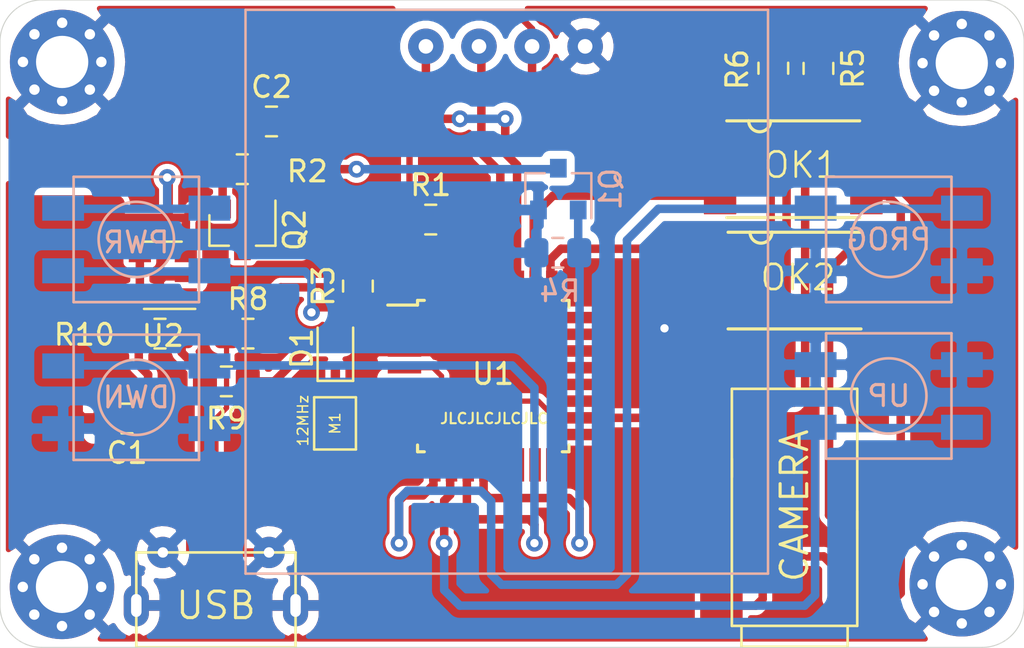
<source format=kicad_pcb>
(kicad_pcb (version 20171130) (host pcbnew 5.1.5+dfsg1-2build2)
  (layers (0 F.Cu signal) (31 B.Cu signal) (34 B.Paste user hide) (35 F.Paste user hide) (36 B.SilkS user hide) (37 F.SilkS user hide) (38 B.Mask user hide) (39 F.Mask user hide) (44 Edge.Cuts user hide))
  (net 0 "")
  (net 1 GND)
  (net 2 LCD_SDA)
  (net 3 LCD_SCK)
  (net 4 "Net-(M1-Pad3)")
  (net 5 "Net-(M2-PadTIP)")
  (net 6 "Net-(M2-PadSHIELD)")
  (net 7 "Net-(M2-PadCENTER)")
  (net 8 CAM_TIP)
  (net 9 "Net-(OK1-Pad1)")
  (net 10 CAM_CEN)
  (net 11 "Net-(OK2-Pad1)")
  (net 12 "Net-(R1-Pad2)")
  (net 13 SW1)
  (net 14 SW2)
  (net 15 SW3)
  (net 16 SW4)
  (net 17 USB_DP)
  (net 18 USB_DM)
  (net 19 VUSB)
  (net 20 VBAT)
  (net 21 VCC)
  (net 22 PW_LATCH)
  (net 23 "Net-(J3-PadD+)")
  (net 24 "Net-(J3-PadD-)")
  (net 25 "Net-(J2-Pad4)")
  (net 26 "Net-(Q1-Pad3)")
  (module timelapse:CAM-CONN-NOKIA (layer F.Cu) (at 144.018 73.4695 180)
    (fp_text reference M2 hide)
    (fp_text value CAMERA (at 0 3.25 90) (layer F.SilkS) (effects (font (size 1.27 1.27))))
    (fp_line (start 2.54 -3.5) (end 2.54 -2.54) (layer F.SilkS) (width 0.127))
    (fp_line (start -2.54 -3.5) (end 2.54 -3.5) (layer F.SilkS) (width 0.127))
    (fp_line (start -2.54 -2.54) (end -2.54 -3.5) (layer F.SilkS) (width 0.127))
    (fp_line (start 3 4.62) (end 3 8.85) (layer F.SilkS) (width 0.127))
    (fp_line (start -3 8.85) (end -3 2.12) (layer F.SilkS) (width 0.127))
    (fp_line (start 3 8.85) (end -3 8.85) (layer F.SilkS) (width 0.127))
    (fp_line (start -3 3) (end -3 -2.5) (layer F.SilkS) (width 0.127))
    (fp_line (start 3 -2.5) (end 3 5.5) (layer F.SilkS) (width 0.127))
    (fp_line (start -3 -2.5) (end 3 -2.5) (layer F.SilkS) (width 0.127))
    (pad CENTER-NC smd rect (at -3.5 7.85) (size 2.032 1.524) (layers F.Cu F.Paste F.Mask))
    (pad TIP smd rect (at 3.5 5.985) (size 2.032 1.524) (layers F.Cu F.Paste F.Mask) (net 5 "Net-(M2-PadTIP)"))
    (pad TIP-NC smd rect (at 3.5 7.85) (size 2.032 1.524) (layers F.Cu F.Paste F.Mask))
    (pad SHIELD smd rect (at 3.5 -1.5 180) (size 2.032 1.524) (layers F.Cu F.Paste F.Mask) (net 6 "Net-(M2-PadSHIELD)"))
    (pad CENTER smd rect (at -3.5 2.27 180) (size 2.032 1.524) (layers F.Cu F.Paste F.Mask) (net 7 "Net-(M2-PadCENTER)"))
    (pad SHIELD smd rect (at -3.5 -1.5 180) (size 2.032 1.524) (layers F.Cu F.Paste F.Mask) (net 6 "Net-(M2-PadSHIELD)"))
  )
  (module timelapse:MICROUSB-V8 (layer F.Cu) (at 116.332 74.9935)
    (fp_text reference J3 hide)
    (fp_text value USB (at 0 0) (layer F.SilkS) (effects (font (size 1.27 1.27))))
    (fp_line (start 3.81 2) (end 3.81 -2.54) (layer F.SilkS) (width 0.127))
    (fp_line (start -3.81 2) (end 3.81 2) (layer F.SilkS) (width 0.127))
    (fp_line (start -3.81 -2.54) (end -3.81 2) (layer F.SilkS) (width 0.127))
    (fp_line (start -3.81 -2.54) (end 3.81 -2.54) (layer F.SilkS) (width 0.127))
    (pad GND smd rect (at 1.27 -3.81 90) (size 2.54 0.3174) (layers F.Cu F.Paste F.Mask) (net 1 GND))
    (pad ID smd rect (at 0.635 -3.81 90) (size 2.54 0.3174) (layers F.Cu F.Paste F.Mask))
    (pad D+ smd rect (at 0 -3.81 90) (size 2.54 0.3174) (layers F.Cu F.Paste F.Mask) (net 23 "Net-(J3-PadD+)"))
    (pad D- smd rect (at -0.635 -3.81 90) (size 2.54 0.3174) (layers F.Cu F.Paste F.Mask) (net 24 "Net-(J3-PadD-)"))
    (pad VBUS smd rect (at -1.27 -3.81 90) (size 2.54 0.3174) (layers F.Cu F.Paste F.Mask) (net 19 VUSB))
    (pad SHIELD thru_hole oval (at 3.81 0) (size 1.2 2) (drill oval 0.5 1.1) (layers *.Cu *.Mask) (net 1 GND))
    (pad SHIELD thru_hole oval (at -3.81 0) (size 1.2 2) (drill oval 0.5 1.1) (layers *.Cu *.Mask) (net 1 GND))
    (pad SHIELD thru_hole circle (at 2.54 -2.54) (size 1.5 1.5) (drill 0.5) (layers *.Cu *.Mask) (net 1 GND))
    (pad SHIELD thru_hole circle (at -2.54 -2.54) (size 1.5 1.5) (drill 0.5) (layers *.Cu *.Mask) (net 1 GND))
  )
  (module Connector_PinHeader_2.54mm:PinHeader_1x02_P2.54mm_Vertical (layer F.Cu) (at 109.474 56.1975 180)
    (fp_text reference J1 hide)
    (fp_text value Battery hide)
    (pad 2 smd roundrect (at 0 2.54 180) (size 5 1.7) (layers F.Cu F.Paste F.Mask) (net 1 GND))
    (pad 1 smd roundrect (at 0 0 180) (size 5 1.7) (layers F.Cu F.Paste F.Mask) (net 20 VBAT))
  )
  (module Package_TO_SOT_SMD:SOT-23-5 (layer F.Cu) (at 113.792 59.182 180)
    (fp_text reference U2 (at 0 -2.9) (layer F.SilkS))
    (fp_text value MCP73811T)
    (fp_line (start 0.9 -1.61) (end -1.55 -1.61) (layer F.SilkS) (width 0.12))
    (fp_line (start -0.9 1.61) (end 0.9 1.61) (layer F.SilkS) (width 0.12))
    (pad 5 smd rect (at 1.1 -0.95 180) (size 1.06 0.65) (layers F.Cu F.Paste F.Mask) (net 19 VUSB))
    (pad 4 smd rect (at 1.1 0.95 180) (size 1.06 0.65) (layers F.Cu F.Paste F.Mask) (net 19 VUSB))
    (pad 3 smd rect (at -1.1 0.95 180) (size 1.06 0.65) (layers F.Cu F.Paste F.Mask) (net 20 VBAT))
    (pad 2 smd rect (at -1.1 0 180) (size 1.06 0.65) (layers F.Cu F.Paste F.Mask) (net 1 GND))
    (pad 1 smd rect (at -1.1 -0.95 180) (size 1.06 0.65) (layers F.Cu F.Paste F.Mask) (net 19 VUSB))
  )
  (module Package_QFP:TQFP-32_7x7mm_P0.8mm (layer F.Cu) (at 129.6035 64.008)
    (fp_text reference U1 (at -0.0127 -0.1016) (layer F.SilkS))
    (fp_text value ATmega8-16AU)
    (fp_line (start -3.625 -3.4) (end -5.05 -3.4) (layer F.SilkS) (width 0.15))
    (fp_line (start 3.625 -3.625) (end 3.3 -3.625) (layer F.SilkS) (width 0.15))
    (fp_line (start 3.625 3.625) (end 3.3 3.625) (layer F.SilkS) (width 0.15))
    (fp_line (start -3.625 3.625) (end -3.3 3.625) (layer F.SilkS) (width 0.15))
    (fp_line (start -3.625 -3.625) (end -3.3 -3.625) (layer F.SilkS) (width 0.15))
    (fp_line (start -3.625 3.625) (end -3.625 3.3) (layer F.SilkS) (width 0.15))
    (fp_line (start 3.625 3.625) (end 3.625 3.3) (layer F.SilkS) (width 0.15))
    (fp_line (start 3.625 -3.625) (end 3.625 -3.3) (layer F.SilkS) (width 0.15))
    (fp_line (start -3.625 -3.625) (end -3.625 -3.4) (layer F.SilkS) (width 0.15))
    (pad 32 smd rect (at -2.8 -4.25 90) (size 1.6 0.55) (layers F.Cu F.Paste F.Mask) (net 17 USB_DP))
    (pad 31 smd rect (at -2 -4.25 90) (size 1.6 0.55) (layers F.Cu F.Paste F.Mask))
    (pad 30 smd rect (at -1.2 -4.25 90) (size 1.6 0.55) (layers F.Cu F.Paste F.Mask))
    (pad 29 smd rect (at -0.4 -4.25 90) (size 1.6 0.55) (layers F.Cu F.Paste F.Mask) (net 12 "Net-(R1-Pad2)"))
    (pad 28 smd rect (at 0.4 -4.25 90) (size 1.6 0.55) (layers F.Cu F.Paste F.Mask) (net 3 LCD_SCK))
    (pad 27 smd rect (at 1.2 -4.25 90) (size 1.6 0.55) (layers F.Cu F.Paste F.Mask) (net 2 LCD_SDA))
    (pad 26 smd rect (at 2 -4.25 90) (size 1.6 0.55) (layers F.Cu F.Paste F.Mask) (net 8 CAM_TIP))
    (pad 25 smd rect (at 2.8 -4.25 90) (size 1.6 0.55) (layers F.Cu F.Paste F.Mask) (net 10 CAM_CEN))
    (pad 24 smd rect (at 4.25 -2.8) (size 1.6 0.55) (layers F.Cu F.Paste F.Mask))
    (pad 23 smd rect (at 4.25 -2) (size 1.6 0.55) (layers F.Cu F.Paste F.Mask))
    (pad 22 smd rect (at 4.25 -1.2) (size 1.6 0.55) (layers F.Cu F.Paste F.Mask))
    (pad 21 smd rect (at 4.25 -0.4) (size 1.6 0.55) (layers F.Cu F.Paste F.Mask) (net 1 GND))
    (pad 20 smd rect (at 4.25 0.4) (size 1.6 0.55) (layers F.Cu F.Paste F.Mask))
    (pad 19 smd rect (at 4.25 1.2) (size 1.6 0.55) (layers F.Cu F.Paste F.Mask))
    (pad 18 smd rect (at 4.25 2) (size 1.6 0.55) (layers F.Cu F.Paste F.Mask) (net 21 VCC))
    (pad 17 smd rect (at 4.25 2.8) (size 1.6 0.55) (layers F.Cu F.Paste F.Mask))
    (pad 16 smd rect (at 2.8 4.25 90) (size 1.6 0.55) (layers F.Cu F.Paste F.Mask))
    (pad 15 smd rect (at 2 4.25 90) (size 1.6 0.55) (layers F.Cu F.Paste F.Mask))
    (pad 14 smd rect (at 1.2 4.25 90) (size 1.6 0.55) (layers F.Cu F.Paste F.Mask))
    (pad 13 smd rect (at 0.4 4.25 90) (size 1.6 0.55) (layers F.Cu F.Paste F.Mask))
    (pad 12 smd rect (at -0.4 4.25 90) (size 1.6 0.55) (layers F.Cu F.Paste F.Mask) (net 22 PW_LATCH))
    (pad 11 smd rect (at -1.2 4.25 90) (size 1.6 0.55) (layers F.Cu F.Paste F.Mask) (net 16 SW4))
    (pad 10 smd rect (at -2 4.25 90) (size 1.6 0.55) (layers F.Cu F.Paste F.Mask) (net 15 SW3))
    (pad 9 smd rect (at -2.8 4.25 90) (size 1.6 0.55) (layers F.Cu F.Paste F.Mask) (net 14 SW2))
    (pad 8 smd rect (at -4.25 2.8) (size 1.6 0.55) (layers F.Cu F.Paste F.Mask))
    (pad 7 smd rect (at -4.25 2) (size 1.6 0.55) (layers F.Cu F.Paste F.Mask) (net 4 "Net-(M1-Pad3)"))
    (pad 6 smd rect (at -4.25 1.2) (size 1.6 0.55) (layers F.Cu F.Paste F.Mask) (net 21 VCC))
    (pad 5 smd rect (at -4.25 0.4) (size 1.6 0.55) (layers F.Cu F.Paste F.Mask) (net 1 GND))
    (pad 4 smd rect (at -4.25 -0.4) (size 1.6 0.55) (layers F.Cu F.Paste F.Mask) (net 21 VCC))
    (pad 3 smd rect (at -4.25 -1.2) (size 1.6 0.55) (layers F.Cu F.Paste F.Mask) (net 1 GND))
    (pad 2 smd rect (at -4.25 -2) (size 1.6 0.55) (layers F.Cu F.Paste F.Mask) (net 18 USB_DM))
    (pad 1 smd rect (at -4.25 -2.8) (size 1.6 0.55) (layers F.Cu F.Paste F.Mask) (net 13 SW1))
  )
  (module timelapse:4PIN-S (layer B.Cu) (at 112.522 65.024 90)
    (fp_text reference SW4 hide)
    (fp_text value DWN (at 0 0 180) (layer B.SilkS) (effects (justify mirror)))
    (fp_circle (center 0 0) (end 1.802775 0) (layer B.SilkS) (width 0.127))
    (fp_line (start -3 -3) (end 3 -3) (layer B.SilkS) (width 0.127))
    (fp_line (start -3 3) (end -3 -3) (layer B.SilkS) (width 0.127))
    (fp_line (start 3 3) (end -3 3) (layer B.SilkS) (width 0.127))
    (fp_line (start 3 -3) (end 3 3) (layer B.SilkS) (width 0.127))
    (pad P1 smd rect (at -1.5 -3.5 180) (size 2 1.2) (layers B.Cu B.Paste B.Mask) (net 1 GND))
    (pad S1 smd rect (at 1.5 -3.5 180) (size 2 1.2) (layers B.Cu B.Paste B.Mask) (net 16 SW4))
    (pad P smd rect (at -1.5 3.5 180) (size 2 1.2) (layers B.Cu B.Paste B.Mask) (net 1 GND))
    (pad S smd rect (at 1.5 3.5 180) (size 2 1.2) (layers B.Cu B.Paste B.Mask) (net 16 SW4))
  )
  (module timelapse:4PIN-S (layer B.Cu) (at 148.5265 64.9605 270)
    (fp_text reference SW3 hide)
    (fp_text value UP (at 0 0 180) (layer B.SilkS) (effects (justify mirror)))
    (fp_circle (center 0 0) (end 1.802775 0) (layer B.SilkS) (width 0.127))
    (fp_line (start -3 -3) (end 3 -3) (layer B.SilkS) (width 0.127))
    (fp_line (start -3 3) (end -3 -3) (layer B.SilkS) (width 0.127))
    (fp_line (start 3 3) (end -3 3) (layer B.SilkS) (width 0.127))
    (fp_line (start 3 -3) (end 3 3) (layer B.SilkS) (width 0.127))
    (pad P1 smd rect (at -1.5 -3.5) (size 2 1.2) (layers B.Cu B.Paste B.Mask) (net 1 GND))
    (pad S1 smd rect (at 1.5 -3.5) (size 2 1.2) (layers B.Cu B.Paste B.Mask) (net 15 SW3))
    (pad P smd rect (at -1.5 3.5) (size 2 1.2) (layers B.Cu B.Paste B.Mask) (net 1 GND))
    (pad S smd rect (at 1.5 3.5) (size 2 1.2) (layers B.Cu B.Paste B.Mask) (net 15 SW3))
  )
  (module timelapse:4PIN-S (layer B.Cu) (at 148.5265 57.4675 90)
    (fp_text reference SW2 hide)
    (fp_text value PROG (at 0 0 180) (layer B.SilkS) (effects (justify mirror)))
    (fp_circle (center 0 0) (end 1.802775 0) (layer B.SilkS) (width 0.127))
    (fp_line (start -3 -3) (end 3 -3) (layer B.SilkS) (width 0.127))
    (fp_line (start -3 3) (end -3 -3) (layer B.SilkS) (width 0.127))
    (fp_line (start 3 3) (end -3 3) (layer B.SilkS) (width 0.127))
    (fp_line (start 3 -3) (end 3 3) (layer B.SilkS) (width 0.127))
    (pad P1 smd rect (at -1.5 -3.5 180) (size 2 1.2) (layers B.Cu B.Paste B.Mask) (net 1 GND))
    (pad S1 smd rect (at 1.5 -3.5 180) (size 2 1.2) (layers B.Cu B.Paste B.Mask) (net 14 SW2))
    (pad P smd rect (at -1.5 3.5 180) (size 2 1.2) (layers B.Cu B.Paste B.Mask) (net 1 GND))
    (pad S smd rect (at 1.5 3.5 180) (size 2 1.2) (layers B.Cu B.Paste B.Mask) (net 14 SW2))
  )
  (module timelapse:4PIN-S (layer B.Cu) (at 112.522 57.4675 90)
    (fp_text reference SW1 hide)
    (fp_text value PWR (at -0.1397 0 180) (layer B.SilkS) (effects (justify mirror)))
    (fp_circle (center 0 0) (end 1.802775 0) (layer B.SilkS) (width 0.127))
    (fp_line (start -3 -3) (end 3 -3) (layer B.SilkS) (width 0.127))
    (fp_line (start -3 3) (end -3 -3) (layer B.SilkS) (width 0.127))
    (fp_line (start 3 3) (end -3 3) (layer B.SilkS) (width 0.127))
    (fp_line (start 3 -3) (end 3 3) (layer B.SilkS) (width 0.127))
    (pad P1 smd rect (at -1.5 -3.5 180) (size 2 1.2) (layers B.Cu B.Paste B.Mask) (net 13 SW1))
    (pad S1 smd rect (at 1.5 -3.5 180) (size 2 1.2) (layers B.Cu B.Paste B.Mask) (net 20 VBAT))
    (pad P smd rect (at -1.5 3.5 180) (size 2 1.2) (layers B.Cu B.Paste B.Mask) (net 13 SW1))
    (pad S smd rect (at 1.5 3.5 180) (size 2 1.2) (layers B.Cu B.Paste B.Mask) (net 20 VBAT))
  )
  (module Resistor_SMD:R_0805_2012Metric_Pad1.15x1.40mm_HandSolder (layer F.Cu) (at 113.656 61.976)
    (fp_text reference R10 (at -3.6232 0.0508) (layer F.SilkS))
    (fp_text value 1.5k)
    (fp_line (start -0.261252 0.71) (end 0.261252 0.71) (layer F.SilkS) (width 0.12))
    (fp_line (start -0.261252 -0.71) (end 0.261252 -0.71) (layer F.SilkS) (width 0.12))
    (pad 2 smd roundrect (at 1.025 0) (size 1.15 1.4) (layers F.Cu F.Paste F.Mask) (roundrect_rratio 0.217391) (net 24 "Net-(J3-PadD-)"))
    (pad 1 smd roundrect (at -1.025 0) (size 1.15 1.4) (layers F.Cu F.Paste F.Mask) (roundrect_rratio 0.217391) (net 19 VUSB))
  )
  (module Resistor_SMD:R_0805_2012Metric_Pad1.15x1.40mm_HandSolder (layer F.Cu) (at 116.831 64.262)
    (fp_text reference R9 (at 0 1.778) (layer F.SilkS))
    (fp_text value 68)
    (fp_line (start -0.261252 0.71) (end 0.261252 0.71) (layer F.SilkS) (width 0.12))
    (fp_line (start -0.261252 -0.71) (end 0.261252 -0.71) (layer F.SilkS) (width 0.12))
    (pad 2 smd roundrect (at 1.025 0) (size 1.15 1.4) (layers F.Cu F.Paste F.Mask) (roundrect_rratio 0.217391) (net 18 USB_DM))
    (pad 1 smd roundrect (at -1.025 0) (size 1.15 1.4) (layers F.Cu F.Paste F.Mask) (roundrect_rratio 0.217391) (net 24 "Net-(J3-PadD-)"))
  )
  (module Resistor_SMD:R_0805_2012Metric_Pad1.15x1.40mm_HandSolder (layer F.Cu) (at 117.865 61.976)
    (fp_text reference R8 (at 0 -1.65) (layer F.SilkS))
    (fp_text value 68)
    (fp_line (start -0.261252 0.71) (end 0.261252 0.71) (layer F.SilkS) (width 0.12))
    (fp_line (start -0.261252 -0.71) (end 0.261252 -0.71) (layer F.SilkS) (width 0.12))
    (pad 2 smd roundrect (at 1.025 0) (size 1.15 1.4) (layers F.Cu F.Paste F.Mask) (roundrect_rratio 0.217391) (net 17 USB_DP))
    (pad 1 smd roundrect (at -1.025 0) (size 1.15 1.4) (layers F.Cu F.Paste F.Mask) (roundrect_rratio 0.217391) (net 23 "Net-(J3-PadD+)"))
  )
  (module Resistor_SMD:R_0805_2012Metric_Pad1.15x1.40mm_HandSolder (layer F.Cu) (at 143.002 49.267 270)
    (fp_text reference R6 (at 0.0598 1.7272 90) (layer F.SilkS))
    (fp_text value 470)
    (fp_line (start -0.261252 0.71) (end 0.261252 0.71) (layer F.SilkS) (width 0.12))
    (fp_line (start -0.261252 -0.71) (end 0.261252 -0.71) (layer F.SilkS) (width 0.12))
    (pad 2 smd roundrect (at 1.025 0 270) (size 1.15 1.4) (layers F.Cu F.Paste F.Mask) (roundrect_rratio 0.217391) (net 9 "Net-(OK1-Pad1)"))
    (pad 1 smd roundrect (at -1.025 0 270) (size 1.15 1.4) (layers F.Cu F.Paste F.Mask) (roundrect_rratio 0.217391) (net 21 VCC))
  )
  (module Resistor_SMD:R_0805_2012Metric_Pad1.15x1.40mm_HandSolder (layer F.Cu) (at 145.161 49.276 270)
    (fp_text reference R5 (at 0 -1.65 90) (layer F.SilkS))
    (fp_text value 470)
    (fp_line (start -0.261252 0.71) (end 0.261252 0.71) (layer F.SilkS) (width 0.12))
    (fp_line (start -0.261252 -0.71) (end 0.261252 -0.71) (layer F.SilkS) (width 0.12))
    (pad 2 smd roundrect (at 1.025 0 270) (size 1.15 1.4) (layers F.Cu F.Paste F.Mask) (roundrect_rratio 0.217391) (net 11 "Net-(OK2-Pad1)"))
    (pad 1 smd roundrect (at -1.025 0 270) (size 1.15 1.4) (layers F.Cu F.Paste F.Mask) (roundrect_rratio 0.217391) (net 21 VCC))
  )
  (module Resistor_SMD:R_0805_2012Metric_Pad1.15x1.40mm_HandSolder (layer B.Cu) (at 132.6896 58.1025 180)
    (fp_text reference R4 (at -0.1016 -1.8415) (layer B.SilkS) (effects (justify mirror)))
    (fp_text value 10k)
    (fp_line (start -0.261252 -0.71) (end 0.261252 -0.71) (layer B.SilkS) (width 0.12))
    (fp_line (start -0.261252 0.71) (end 0.261252 0.71) (layer B.SilkS) (width 0.12))
    (pad 2 smd roundrect (at 1.025 0 180) (size 1.15 1.4) (layers B.Cu B.Paste B.Mask) (roundrect_rratio 0.217391) (net 1 GND))
    (pad 1 smd roundrect (at -1.025 0 180) (size 1.15 1.4) (layers B.Cu B.Paste B.Mask) (roundrect_rratio 0.217391) (net 22 PW_LATCH))
  )
  (module Resistor_SMD:R_0805_2012Metric_Pad1.15x1.40mm_HandSolder (layer F.Cu) (at 123.1265 59.699 90)
    (fp_text reference R3 (at 0 -1.65 90) (layer F.SilkS))
    (fp_text value 10k)
    (fp_line (start -0.261252 0.71) (end 0.261252 0.71) (layer F.SilkS) (width 0.12))
    (fp_line (start -0.261252 -0.71) (end 0.261252 -0.71) (layer F.SilkS) (width 0.12))
    (pad 2 smd roundrect (at 1.025 0 90) (size 1.15 1.4) (layers F.Cu F.Paste F.Mask) (roundrect_rratio 0.217391) (net 1 GND))
    (pad 1 smd roundrect (at -1.025 0 90) (size 1.15 1.4) (layers F.Cu F.Paste F.Mask) (roundrect_rratio 0.217391) (net 13 SW1))
  )
  (module Resistor_SMD:R_0805_2012Metric_Pad1.15x1.40mm_HandSolder (layer F.Cu) (at 117.593 54.102)
    (fp_text reference R2 (at 3.1078 0.1016) (layer F.SilkS))
    (fp_text value 10k)
    (fp_line (start -0.261252 0.71) (end 0.261252 0.71) (layer F.SilkS) (width 0.12))
    (fp_line (start -0.261252 -0.71) (end 0.261252 -0.71) (layer F.SilkS) (width 0.12))
    (pad 2 smd roundrect (at 1.025 0) (size 1.15 1.4) (layers F.Cu F.Paste F.Mask) (roundrect_rratio 0.217391) (net 26 "Net-(Q1-Pad3)"))
    (pad 1 smd roundrect (at -1.025 0) (size 1.15 1.4) (layers F.Cu F.Paste F.Mask) (roundrect_rratio 0.217391) (net 20 VBAT))
  )
  (module Resistor_SMD:R_0805_2012Metric_Pad1.15x1.40mm_HandSolder (layer F.Cu) (at 126.61 56.515)
    (fp_text reference R1 (at 0 -1.65) (layer F.SilkS))
    (fp_text value 1k)
    (fp_line (start -0.261252 0.71) (end 0.261252 0.71) (layer F.SilkS) (width 0.12))
    (fp_line (start -0.261252 -0.71) (end 0.261252 -0.71) (layer F.SilkS) (width 0.12))
    (pad 2 smd roundrect (at 1.025 0) (size 1.15 1.4) (layers F.Cu F.Paste F.Mask) (roundrect_rratio 0.217391) (net 12 "Net-(R1-Pad2)"))
    (pad 1 smd roundrect (at -1.025 0) (size 1.15 1.4) (layers F.Cu F.Paste F.Mask) (roundrect_rratio 0.217391) (net 21 VCC))
  )
  (module Package_TO_SOT_SMD:SOT-23 (layer F.Cu) (at 117.5995 57.007 270)
    (fp_text reference Q2 (at 0 -2.5 90) (layer F.SilkS))
    (fp_text value NDS356)
    (fp_line (start 0.76 1.58) (end -0.7 1.58) (layer F.SilkS) (width 0.12))
    (fp_line (start 0.76 -1.58) (end -1.4 -1.58) (layer F.SilkS) (width 0.12))
    (fp_line (start 0.76 -1.58) (end 0.76 -0.65) (layer F.SilkS) (width 0.12))
    (fp_line (start 0.76 1.58) (end 0.76 0.65) (layer F.SilkS) (width 0.12))
    (pad 3 smd rect (at 1 0 270) (size 0.9 0.8) (layers F.Cu F.Paste F.Mask) (net 21 VCC))
    (pad 2 smd rect (at -1 0.95 270) (size 0.9 0.8) (layers F.Cu F.Paste F.Mask) (net 20 VBAT))
    (pad 1 smd rect (at -1 -0.95 270) (size 0.9 0.8) (layers F.Cu F.Paste F.Mask) (net 26 "Net-(Q1-Pad3)"))
  )
  (module Package_TO_SOT_SMD:SOT-23 (layer B.Cu) (at 132.715 55.0545 90)
    (fp_text reference Q1 (at 0 2.5 90) (layer B.SilkS) (effects (justify mirror)))
    (fp_text value 2N7002)
    (fp_line (start 0.76 -1.58) (end -0.7 -1.58) (layer B.SilkS) (width 0.12))
    (fp_line (start 0.76 1.58) (end -1.4 1.58) (layer B.SilkS) (width 0.12))
    (fp_line (start 0.76 1.58) (end 0.76 0.65) (layer B.SilkS) (width 0.12))
    (fp_line (start 0.76 -1.58) (end 0.76 -0.65) (layer B.SilkS) (width 0.12))
    (pad 3 smd rect (at 1 0 90) (size 0.9 0.8) (layers B.Cu B.Paste B.Mask) (net 26 "Net-(Q1-Pad3)"))
    (pad 2 smd rect (at -1 -0.95 90) (size 0.9 0.8) (layers B.Cu B.Paste B.Mask) (net 1 GND))
    (pad 1 smd rect (at -1 0.95 90) (size 0.9 0.8) (layers B.Cu B.Paste B.Mask) (net 22 PW_LATCH))
  )
  (module timelapse:SMD4 (layer F.Cu) (at 144.018 59.436 270)
    (fp_text reference OK2 (at 0.5588 1.7272) (layer F.SilkS) (effects (font (size 1.2065 1.2065) (thickness 0.127)) (justify left bottom)))
    (fp_text value PC817SMD)
    (fp_line (start -2.315 2.13) (end -2.315 1.085) (layer F.SilkS) (width 0.1524))
    (fp_line (start -2.315 3.18) (end -2.315 2.13) (layer F.SilkS) (width 0.1524))
    (fp_arc (start -2.315 1.6075) (end -2.315 2.13) (angle -180) (layer F.SilkS) (width 0.1524))
    (fp_line (start -2.315 1.085) (end -2.315 -3.18) (layer F.SilkS) (width 0.1524))
    (fp_line (start 2.315 -3.18) (end 2.315 3.18) (layer F.SilkS) (width 0.1524))
    (pad 4 smd rect (at -1.27 -3.5 90) (size 1.78 1.55) (layers F.Cu F.Paste F.Mask) (net 7 "Net-(M2-PadCENTER)"))
    (pad 3 smd rect (at 1.27 -3.5 90) (size 1.78 1.55) (layers F.Cu F.Paste F.Mask) (net 6 "Net-(M2-PadSHIELD)"))
    (pad 2 smd rect (at 1.27 3.5 270) (size 1.78 1.55) (layers F.Cu F.Paste F.Mask) (net 10 CAM_CEN))
    (pad 1 smd rect (at -1.27 3.5 270) (size 1.78 1.55) (layers F.Cu F.Paste F.Mask) (net 11 "Net-(OK2-Pad1)"))
  )
  (module timelapse:SMD4 (layer F.Cu) (at 143.9545 54.102 270)
    (fp_text reference OK1 (at 0.508 1.5113) (layer F.SilkS) (effects (font (size 1.2065 1.2065) (thickness 0.127)) (justify left bottom)))
    (fp_text value PC817SMD)
    (fp_line (start -2.315 2.13) (end -2.315 1.085) (layer F.SilkS) (width 0.1524))
    (fp_line (start -2.315 3.18) (end -2.315 2.13) (layer F.SilkS) (width 0.1524))
    (fp_arc (start -2.315 1.6075) (end -2.315 2.13) (angle -180) (layer F.SilkS) (width 0.1524))
    (fp_line (start -2.315 1.085) (end -2.315 -3.18) (layer F.SilkS) (width 0.1524))
    (fp_line (start 2.315 -3.18) (end 2.315 3.18) (layer F.SilkS) (width 0.1524))
    (pad 4 smd rect (at -1.27 -3.5 90) (size 1.78 1.55) (layers F.Cu F.Paste F.Mask) (net 5 "Net-(M2-PadTIP)"))
    (pad 3 smd rect (at 1.27 -3.5 90) (size 1.78 1.55) (layers F.Cu F.Paste F.Mask) (net 6 "Net-(M2-PadSHIELD)"))
    (pad 2 smd rect (at 1.27 3.5 270) (size 1.78 1.55) (layers F.Cu F.Paste F.Mask) (net 8 CAM_TIP))
    (pad 1 smd rect (at -1.27 3.5 270) (size 1.78 1.55) (layers F.Cu F.Paste F.Mask) (net 9 "Net-(OK1-Pad1)"))
  )
  (module timelapse:SMDXTAL (layer F.Cu) (at 121.031 65.024 270)
    (fp_text reference M1 (at 1.25 -1 90) (layer F.SilkS) (effects (font (size 0.5 0.5) (thickness 0.075))))
    (fp_text value 12MHz (at 1.1176 0.5334 90) (layer F.SilkS) (effects (font (size 0.5 0.5) (thickness 0.075))))
    (fp_line (start 0 0) (end 0 -2) (layer F.SilkS) (width 0.12))
    (fp_line (start 2.5 0) (end 0 0) (layer F.SilkS) (width 0.12))
    (fp_line (start 2.5 -2) (end 2.5 0) (layer F.SilkS) (width 0.12))
    (fp_line (start 0 -2) (end 2.5 -2) (layer F.SilkS) (width 0.12))
    (pad 4 smd roundrect (at 0.25 -1.75 270) (size 1 1) (layers F.Cu F.Paste F.Mask) (net 21 VCC))
    (pad 3 smd roundrect (at 2.25 -1.75 270) (size 1 1) (layers F.Cu F.Paste F.Mask) (net 4 "Net-(M1-Pad3)"))
    (pad 2 smd roundrect (at 2.25 -0.25 270) (size 1 1) (layers F.Cu F.Paste F.Mask) (net 1 GND))
    (pad 1 smd roundrect (at 0.25 -0.25 270) (size 1 1) (layers F.Cu F.Paste F.Mask) (net 21 VCC))
  )
  (module timelapse:OLED-Display-0.96 (layer B.Cu) (at 142.748 73.4695 180)
    (fp_text reference J2 hide)
    (fp_text value OLED-CONN hide)
    (fp_line (start 25 27) (end 0 27) (layer B.SilkS) (width 0.12))
    (fp_line (start 25 0) (end 25 27) (layer B.SilkS) (width 0.12))
    (fp_line (start 0 0) (end 25 0) (layer B.SilkS) (width 0.12))
    (fp_line (start 0 27) (end 0 0) (layer B.SilkS) (width 0.12))
    (pad 4 thru_hole circle (at 16.37 25.25 90) (size 1.7 1.7) (drill 0.7) (layers *.Cu *.Mask) (net 25 "Net-(J2-Pad4)"))
    (pad 3 thru_hole circle (at 13.83 25.25 90) (size 1.7 1.7) (drill 0.7) (layers *.Cu *.Mask) (net 3 LCD_SCK))
    (pad 2 thru_hole circle (at 11.29 25.25 90) (size 1.7 1.7) (drill 0.7) (layers *.Cu *.Mask) (net 21 VCC))
    (pad 1 thru_hole circle (at 8.75 25.25 90) (size 1.7 1.7) (drill 0.7) (layers *.Cu *.Mask) (net 1 GND))
  )
  (module MountingHole:MountingHole_2.5mm_Pad_Via (layer F.Cu) (at 108.966 74.1045)
    (fp_text reference H4 hide)
    (fp_text value MountingHole_Pad hide)
    (pad 1 thru_hole circle (at 1.325825 -1.325825) (size 0.8 0.8) (drill 0.5) (layers *.Cu *.Mask) (net 1 GND))
    (pad 1 thru_hole circle (at 0 -1.875) (size 0.8 0.8) (drill 0.5) (layers *.Cu *.Mask) (net 1 GND))
    (pad 1 thru_hole circle (at -1.325825 -1.325825) (size 0.8 0.8) (drill 0.5) (layers *.Cu *.Mask) (net 1 GND))
    (pad 1 thru_hole circle (at -1.875 0) (size 0.8 0.8) (drill 0.5) (layers *.Cu *.Mask) (net 1 GND))
    (pad 1 thru_hole circle (at -1.325825 1.325825) (size 0.8 0.8) (drill 0.5) (layers *.Cu *.Mask) (net 1 GND))
    (pad 1 thru_hole circle (at 0 1.875) (size 0.8 0.8) (drill 0.5) (layers *.Cu *.Mask) (net 1 GND))
    (pad 1 thru_hole circle (at 1.325825 1.325825) (size 0.8 0.8) (drill 0.5) (layers *.Cu *.Mask) (net 1 GND))
    (pad 1 thru_hole circle (at 1.875 0) (size 0.8 0.8) (drill 0.5) (layers *.Cu *.Mask) (net 1 GND))
    (pad 1 thru_hole circle (at 0 0) (size 5 5) (drill 2.5) (layers *.Cu *.Mask) (net 1 GND))
  )
  (module MountingHole:MountingHole_2.5mm_Pad_Via (layer F.Cu) (at 152.019 73.9775)
    (fp_text reference H3 hide)
    (fp_text value MountingHole_Pad hide)
    (pad 1 thru_hole circle (at 1.325825 -1.325825) (size 0.8 0.8) (drill 0.5) (layers *.Cu *.Mask) (net 1 GND))
    (pad 1 thru_hole circle (at 0 -1.875) (size 0.8 0.8) (drill 0.5) (layers *.Cu *.Mask) (net 1 GND))
    (pad 1 thru_hole circle (at -1.325825 -1.325825) (size 0.8 0.8) (drill 0.5) (layers *.Cu *.Mask) (net 1 GND))
    (pad 1 thru_hole circle (at -1.875 0) (size 0.8 0.8) (drill 0.5) (layers *.Cu *.Mask) (net 1 GND))
    (pad 1 thru_hole circle (at -1.325825 1.325825) (size 0.8 0.8) (drill 0.5) (layers *.Cu *.Mask) (net 1 GND))
    (pad 1 thru_hole circle (at 0 1.875) (size 0.8 0.8) (drill 0.5) (layers *.Cu *.Mask) (net 1 GND))
    (pad 1 thru_hole circle (at 1.325825 1.325825) (size 0.8 0.8) (drill 0.5) (layers *.Cu *.Mask) (net 1 GND))
    (pad 1 thru_hole circle (at 1.875 0) (size 0.8 0.8) (drill 0.5) (layers *.Cu *.Mask) (net 1 GND))
    (pad 1 thru_hole circle (at 0 0) (size 5 5) (drill 2.5) (layers *.Cu *.Mask) (net 1 GND))
  )
  (module MountingHole:MountingHole_2.5mm_Pad_Via (layer F.Cu) (at 152.019 49.022)
    (fp_text reference H2 hide)
    (fp_text value MountingHole_Pad hide)
    (pad 1 thru_hole circle (at 1.325825 -1.325825) (size 0.8 0.8) (drill 0.5) (layers *.Cu *.Mask) (net 1 GND))
    (pad 1 thru_hole circle (at 0 -1.875) (size 0.8 0.8) (drill 0.5) (layers *.Cu *.Mask) (net 1 GND))
    (pad 1 thru_hole circle (at -1.325825 -1.325825) (size 0.8 0.8) (drill 0.5) (layers *.Cu *.Mask) (net 1 GND))
    (pad 1 thru_hole circle (at -1.875 0) (size 0.8 0.8) (drill 0.5) (layers *.Cu *.Mask) (net 1 GND))
    (pad 1 thru_hole circle (at -1.325825 1.325825) (size 0.8 0.8) (drill 0.5) (layers *.Cu *.Mask) (net 1 GND))
    (pad 1 thru_hole circle (at 0 1.875) (size 0.8 0.8) (drill 0.5) (layers *.Cu *.Mask) (net 1 GND))
    (pad 1 thru_hole circle (at 1.325825 1.325825) (size 0.8 0.8) (drill 0.5) (layers *.Cu *.Mask) (net 1 GND))
    (pad 1 thru_hole circle (at 1.875 0) (size 0.8 0.8) (drill 0.5) (layers *.Cu *.Mask) (net 1 GND))
    (pad 1 thru_hole circle (at 0 0) (size 5 5) (drill 2.5) (layers *.Cu *.Mask) (net 1 GND))
  )
  (module MountingHole:MountingHole_2.5mm_Pad_Via (layer F.Cu) (at 108.973675 48.966175)
    (fp_text reference H1 hide)
    (fp_text value MountingHole_Pad hide)
    (pad 1 thru_hole circle (at 1.325825 -1.325825) (size 0.8 0.8) (drill 0.5) (layers *.Cu *.Mask) (net 1 GND))
    (pad 1 thru_hole circle (at 0 -1.875) (size 0.8 0.8) (drill 0.5) (layers *.Cu *.Mask) (net 1 GND))
    (pad 1 thru_hole circle (at -1.325825 -1.325825) (size 0.8 0.8) (drill 0.5) (layers *.Cu *.Mask) (net 1 GND))
    (pad 1 thru_hole circle (at -1.875 0) (size 0.8 0.8) (drill 0.5) (layers *.Cu *.Mask) (net 1 GND))
    (pad 1 thru_hole circle (at -1.325825 1.325825) (size 0.8 0.8) (drill 0.5) (layers *.Cu *.Mask) (net 1 GND))
    (pad 1 thru_hole circle (at 0 1.875) (size 0.8 0.8) (drill 0.5) (layers *.Cu *.Mask) (net 1 GND))
    (pad 1 thru_hole circle (at 1.325825 1.325825) (size 0.8 0.8) (drill 0.5) (layers *.Cu *.Mask) (net 1 GND))
    (pad 1 thru_hole circle (at 1.875 0) (size 0.8 0.8) (drill 0.5) (layers *.Cu *.Mask) (net 1 GND))
    (pad 1 thru_hole circle (at 0 0) (size 5 5) (drill 2.5) (layers *.Cu *.Mask) (net 1 GND))
  )
  (module Diode_SMD:D_SOD-323 (layer F.Cu) (at 122.047 62.738 90)
    (fp_text reference D1 (at 0.0508 -1.6002 90) (layer F.SilkS))
    (fp_text value 1N4148WS)
    (fp_line (start -1.5 -0.85) (end 1.05 -0.85) (layer F.SilkS) (width 0.12))
    (fp_line (start -1.5 0.85) (end 1.05 0.85) (layer F.SilkS) (width 0.12))
    (fp_line (start -1.5 -0.85) (end -1.5 0.85) (layer F.SilkS) (width 0.12))
    (pad 2 smd rect (at 1.05 0 90) (size 0.6 0.45) (layers F.Cu F.Paste F.Mask) (net 13 SW1))
    (pad 1 smd rect (at -1.05 0 90) (size 0.6 0.45) (layers F.Cu F.Paste F.Mask) (net 21 VCC))
  )
  (module Capacitor_SMD:C_0805_2012Metric_Pad1.15x1.40mm_HandSolder (layer F.Cu) (at 118.99 51.816)
    (fp_text reference C2 (at 0 -1.65) (layer F.SilkS))
    (fp_text value 1uF)
    (fp_line (start -0.261252 0.71) (end 0.261252 0.71) (layer F.SilkS) (width 0.12))
    (fp_line (start -0.261252 -0.71) (end 0.261252 -0.71) (layer F.SilkS) (width 0.12))
    (pad 2 smd roundrect (at 1.025 0) (size 1.15 1.4) (layers F.Cu F.Paste F.Mask) (roundrect_rratio 0.217391) (net 1 GND))
    (pad 1 smd roundrect (at -1.025 0) (size 1.15 1.4) (layers F.Cu F.Paste F.Mask) (roundrect_rratio 0.217391) (net 20 VBAT))
  )
  (module Capacitor_SMD:C_0805_2012Metric_Pad1.15x1.40mm_HandSolder (layer F.Cu) (at 112.0775 66.04 180)
    (fp_text reference C1 (at 0 -1.65) (layer F.SilkS))
    (fp_text value 1uF)
    (fp_line (start -0.261252 0.71) (end 0.261252 0.71) (layer F.SilkS) (width 0.12))
    (fp_line (start -0.261252 -0.71) (end 0.261252 -0.71) (layer F.SilkS) (width 0.12))
    (pad 2 smd roundrect (at 1.025 0 180) (size 1.15 1.4) (layers F.Cu F.Paste F.Mask) (roundrect_rratio 0.217391) (net 1 GND))
    (pad 1 smd roundrect (at -1.025 0 180) (size 1.15 1.4) (layers F.Cu F.Paste F.Mask) (roundrect_rratio 0.217391) (net 19 VUSB))
  )
  (gr_text JLCJLCJLCJLC (at 129.6416 66.04) (layer F.SilkS) (effects (font (size 0.5 0.5) (thickness 0.1))))
  (gr_arc (start 153 75) (end 153 77) (angle -90) (layer Edge.Cuts) (width 0.05))
  (gr_arc (start 153 48) (end 155 48) (angle -90) (layer Edge.Cuts) (width 0.05))
  (gr_arc (start 108 75) (end 106 75) (angle -90) (layer Edge.Cuts) (width 0.05))
  (gr_arc (start 108 48) (end 108 46) (angle -90) (layer Edge.Cuts) (width 0.05))
  (gr_line (start 106 75) (end 106 48) (layer Edge.Cuts) (width 0.05))
  (gr_line (start 153 77) (end 108 77) (layer Edge.Cuts) (width 0.05))
  (gr_line (start 155 48) (end 155 75) (layer Edge.Cuts) (width 0.05))
  (gr_line (start 108 46) (end 153 46) (layer Edge.Cuts) (width 0.05))
  (via (at 137.795 61.722) (size 0.8) (drill 0.4) (layers F.Cu B.Cu) (net 1))
  (segment (start 116.078 60.833) (end 115.316 60.833) (width 0.25) (layer F.Cu) (net 1))
  (segment (start 115.316 60.833) (end 113.792 60.833) (width 0.25) (layer F.Cu) (net 1))
  (segment (start 113.792 60.833) (end 113.665 60.96) (width 0.25) (layer F.Cu) (net 1))
  (segment (start 113.665 60.96) (end 113.665 62.865) (width 0.25) (layer F.Cu) (net 1))
  (segment (start 113.665 62.865) (end 114.173 63.373) (width 0.25) (layer F.Cu) (net 1))
  (segment (start 118.872 72.46) (end 117.6463 72.46) (width 0.4064) (layer F.Cu) (net 1))
  (segment (start 117.602 72.4157) (end 117.602 71.19) (width 0.25) (layer F.Cu) (net 1))
  (segment (start 117.6463 72.46) (end 117.602 72.4157) (width 0.4064) (layer F.Cu) (net 1))
  (segment (start 126.873 51.689) (end 128.007 51.689) (width 0.4064) (layer F.Cu) (net 2))
  (segment (start 126.378 51.194) (end 126.873 51.689) (width 0.4064) (layer F.Cu) (net 2))
  (segment (start 126.378 48.283) (end 126.378 51.194) (width 0.4064) (layer F.Cu) (net 2))
  (segment (start 130.175 53.34) (end 130.175 51.689) (width 0.4064) (layer F.Cu) (net 2))
  (segment (start 130.74 53.905) (end 130.175 53.34) (width 0.4064) (layer F.Cu) (net 2))
  (segment (start 130.74 59.758) (end 130.74 53.905) (width 0.4064) (layer F.Cu) (net 2))
  (via (at 130.175 51.689) (size 0.8) (drill 0.4) (layers F.Cu B.Cu) (net 2))
  (segment (start 130.175 51.689) (end 128.27 51.689) (width 0.4064) (layer B.Cu) (net 2))
  (via (at 128.007 51.689) (size 0.8) (drill 0.4) (layers F.Cu B.Cu) (net 2))
  (segment (start 128.27 51.689) (end 128.007 51.689) (width 0.4064) (layer B.Cu) (net 2))
  (segment (start 129.94 59.758) (end 129.94 54.248) (width 0.4064) (layer F.Cu) (net 3))
  (segment (start 129.94 54.248) (end 129.032 53.34) (width 0.4064) (layer F.Cu) (net 3))
  (segment (start 129.032 53.34) (end 129.032 48.397) (width 0.4064) (layer F.Cu) (net 3))
  (segment (start 129.032 48.397) (end 128.918 48.283) (width 0.4064) (layer F.Cu) (net 3))
  (segment (start 125.29 66.008) (end 124.111 66.008) (width 0.25) (layer F.Cu) (net 4))
  (segment (start 124.111 66.008) (end 123.825 66.294) (width 0.25) (layer F.Cu) (net 4))
  (segment (start 123.825 66.294) (end 123.825 66.929) (width 0.25) (layer F.Cu) (net 4))
  (segment (start 123.48 67.274) (end 122.781 67.274) (width 0.25) (layer F.Cu) (net 4))
  (segment (start 123.825 66.929) (end 123.48 67.274) (width 0.25) (layer F.Cu) (net 4))
  (segment (start 142.367 65.913) (end 142.367 67.31) (width 0.4064) (layer F.Cu) (net 5))
  (segment (start 142.367 67.31) (end 142.162 67.515) (width 0.4064) (layer F.Cu) (net 5))
  (segment (start 142.162 67.515) (end 140.5 67.515) (width 0.4064) (layer F.Cu) (net 5))
  (segment (start 143.002 65.278) (end 142.367 65.913) (width 0.4064) (layer F.Cu) (net 5))
  (segment (start 147.518 52.832) (end 146.431 52.832) (width 0.4064) (layer F.Cu) (net 5))
  (segment (start 146.431 52.832) (end 144.526 54.737) (width 0.4064) (layer F.Cu) (net 5))
  (segment (start 144.526 54.737) (end 144.526 64.77) (width 0.4064) (layer F.Cu) (net 5))
  (segment (start 144.526 64.77) (end 144.018 65.278) (width 0.4064) (layer F.Cu) (net 5))
  (segment (start 144.018 65.278) (end 143.002 65.278) (width 0.4064) (layer F.Cu) (net 5))
  (segment (start 147.518 55.372) (end 148.463 55.372) (width 0.4064) (layer F.Cu) (net 6))
  (segment (start 148.463 55.372) (end 149.098 56.007) (width 0.4064) (layer F.Cu) (net 6))
  (segment (start 149.098 56.007) (end 149.098 60.198) (width 0.4064) (layer F.Cu) (net 6))
  (segment (start 148.59 60.706) (end 147.518 60.706) (width 0.4064) (layer F.Cu) (net 6))
  (segment (start 149.098 60.198) (end 148.59 60.706) (width 0.4064) (layer F.Cu) (net 6))
  (segment (start 142.17 75) (end 140.5 75) (width 0.4064) (layer F.Cu) (net 6))
  (segment (start 142.494 73.025) (end 142.494 74.676) (width 0.4064) (layer F.Cu) (net 6))
  (segment (start 145.796 74.676) (end 145.796 73.025) (width 0.4064) (layer F.Cu) (net 6))
  (segment (start 146.12 75) (end 145.796 74.676) (width 0.4064) (layer F.Cu) (net 6))
  (segment (start 145.415 72.644) (end 142.875 72.644) (width 0.4064) (layer F.Cu) (net 6))
  (segment (start 145.796 73.025) (end 145.415 72.644) (width 0.4064) (layer F.Cu) (net 6))
  (segment (start 147.5 75) (end 146.12 75) (width 0.4064) (layer F.Cu) (net 6))
  (segment (start 148.5 75) (end 147.5 75) (width 0.4064) (layer F.Cu) (net 6))
  (segment (start 142.875 72.644) (end 142.494 73.025) (width 0.4064) (layer F.Cu) (net 6))
  (segment (start 148.59 60.706) (end 149.098 61.214) (width 0.4064) (layer F.Cu) (net 6))
  (segment (start 149.098 61.214) (end 149.098 74.402) (width 0.4064) (layer F.Cu) (net 6))
  (segment (start 149.098 74.402) (end 148.5 75) (width 0.4064) (layer F.Cu) (net 6))
  (segment (start 142.494 74.676) (end 142.17 75) (width 0.4064) (layer F.Cu) (net 6))
  (segment (start 147.518 58.166) (end 146.431 58.166) (width 0.4064) (layer F.Cu) (net 7))
  (segment (start 146.431 58.166) (end 145.669 58.928) (width 0.4064) (layer F.Cu) (net 7))
  (segment (start 145.669 58.928) (end 145.669 70.669) (width 0.4064) (layer F.Cu) (net 7))
  (segment (start 146.23 71.23) (end 147.5 71.23) (width 0.4064) (layer F.Cu) (net 7))
  (segment (start 145.669 70.669) (end 146.23 71.23) (width 0.4064) (layer F.Cu) (net 7))
  (segment (start 140.518 55.372) (end 132.461 55.372) (width 0.4064) (layer F.Cu) (net 8))
  (segment (start 131.54 56.293) (end 131.54 59.758) (width 0.4064) (layer F.Cu) (net 8))
  (segment (start 132.461 55.372) (end 131.54 56.293) (width 0.4064) (layer F.Cu) (net 8))
  (segment (start 140.518 52.832) (end 142.113 52.832) (width 0.4064) (layer F.Cu) (net 9))
  (segment (start 143.002 51.943) (end 143.002 50.301) (width 0.4064) (layer F.Cu) (net 9))
  (segment (start 142.113 52.832) (end 143.002 51.943) (width 0.4064) (layer F.Cu) (net 9))
  (segment (start 132.34 59.758) (end 132.34 58.414) (width 0.4064) (layer F.Cu) (net 10))
  (segment (start 132.34 58.414) (end 132.842 57.912) (width 0.4064) (layer F.Cu) (net 10))
  (segment (start 132.842 57.912) (end 137.541 57.912) (width 0.4064) (layer F.Cu) (net 10))
  (segment (start 137.541 57.912) (end 137.922 58.293) (width 0.4064) (layer F.Cu) (net 10))
  (segment (start 137.922 58.293) (end 137.922 60.325) (width 0.4064) (layer F.Cu) (net 10))
  (segment (start 138.303 60.706) (end 140.518 60.706) (width 0.4064) (layer F.Cu) (net 10))
  (segment (start 137.922 60.325) (end 138.303 60.706) (width 0.4064) (layer F.Cu) (net 10))
  (segment (start 145.161 50.301) (end 145.161 51.562) (width 0.4064) (layer F.Cu) (net 11))
  (segment (start 145.161 51.562) (end 142.875 53.848) (width 0.4064) (layer F.Cu) (net 11))
  (segment (start 142.875 53.848) (end 142.875 57.531) (width 0.4064) (layer F.Cu) (net 11))
  (segment (start 142.24 58.166) (end 140.518 58.166) (width 0.4064) (layer F.Cu) (net 11))
  (segment (start 142.875 57.531) (end 142.24 58.166) (width 0.4064) (layer F.Cu) (net 11))
  (segment (start 127.644 56.515) (end 128.778 56.515) (width 0.4064) (layer F.Cu) (net 12))
  (segment (start 129.14 56.877) (end 129.14 59.758) (width 0.4064) (layer F.Cu) (net 12))
  (segment (start 128.778 56.515) (end 129.14 56.877) (width 0.4064) (layer F.Cu) (net 12))
  (segment (start 123.683 61.208) (end 123.19 60.715) (width 0.4064) (layer F.Cu) (net 13))
  (segment (start 125.29 61.208) (end 123.683 61.208) (width 0.4064) (layer F.Cu) (net 13))
  (segment (start 121.022 60.715) (end 120.904 60.833) (width 0.4064) (layer F.Cu) (net 13))
  (via (at 120.904 60.96) (size 0.8) (drill 0.4) (layers F.Cu B.Cu) (net 13))
  (segment (start 120.904 60.833) (end 120.904 60.96) (width 0.4064) (layer F.Cu) (net 13))
  (segment (start 122.038 61.713) (end 122.047 61.722) (width 0.25) (layer F.Cu) (net 13))
  (segment (start 122.038 60.715) (end 122.038 61.713) (width 0.25) (layer F.Cu) (net 13))
  (segment (start 123.19 60.715) (end 122.038 60.715) (width 0.4064) (layer F.Cu) (net 13))
  (segment (start 122.038 60.715) (end 121.022 60.715) (width 0.4064) (layer F.Cu) (net 13))
  (segment (start 109 59) (end 116 59) (width 0.4064) (layer B.Cu) (net 13))
  (segment (start 116 59) (end 120.595 59) (width 0.4064) (layer B.Cu) (net 13))
  (segment (start 120.904 59.309) (end 120.904 60.96) (width 0.4064) (layer B.Cu) (net 13))
  (segment (start 120.595 59) (end 120.904 59.309) (width 0.4064) (layer B.Cu) (net 13))
  (via (at 125.095 72.009) (size 0.8) (drill 0.4) (layers F.Cu B.Cu) (net 14))
  (segment (start 125.349 69.723) (end 125.095 69.977) (width 0.4064) (layer F.Cu) (net 14))
  (segment (start 125.095 69.977) (end 125.095 72.009) (width 0.4064) (layer F.Cu) (net 14))
  (segment (start 126.238 69.723) (end 125.349 69.723) (width 0.4064) (layer F.Cu) (net 14))
  (segment (start 126.74 69.221) (end 126.238 69.723) (width 0.4064) (layer F.Cu) (net 14))
  (segment (start 126.74 68.258) (end 126.74 69.221) (width 0.4064) (layer F.Cu) (net 14))
  (segment (start 137.5 56) (end 145 56) (width 0.4064) (layer B.Cu) (net 14))
  (segment (start 136 73.5) (end 136 57.5) (width 0.4064) (layer B.Cu) (net 14))
  (segment (start 130 74) (end 135.5 74) (width 0.4064) (layer B.Cu) (net 14))
  (segment (start 129.5 73.5) (end 130 74) (width 0.4064) (layer B.Cu) (net 14))
  (segment (start 129 69.5) (end 129.5 70) (width 0.4064) (layer B.Cu) (net 14))
  (segment (start 135.5 74) (end 136 73.5) (width 0.4064) (layer B.Cu) (net 14))
  (segment (start 125.5 69.5) (end 129 69.5) (width 0.4064) (layer B.Cu) (net 14))
  (segment (start 136 57.5) (end 137.5 56) (width 0.4064) (layer B.Cu) (net 14))
  (segment (start 129.5 70) (end 129.5 73.5) (width 0.4064) (layer B.Cu) (net 14))
  (segment (start 125.095 69.905) (end 125.5 69.5) (width 0.4064) (layer B.Cu) (net 14))
  (segment (start 125.095 72.009) (end 125.095 69.905) (width 0.4064) (layer B.Cu) (net 14))
  (segment (start 145 56) (end 152 56) (width 0.4064) (layer B.Cu) (net 14))
  (via (at 127.254 72.009) (size 0.8) (drill 0.4) (layers F.Cu B.Cu) (net 15))
  (segment (start 127.54 68.258) (end 127.54 69.691) (width 0.4064) (layer F.Cu) (net 15))
  (segment (start 127.254 69.977) (end 127.254 72.009) (width 0.4064) (layer F.Cu) (net 15))
  (segment (start 127.54 69.691) (end 127.254 69.977) (width 0.4064) (layer F.Cu) (net 15))
  (segment (start 145 73) (end 145 66.5) (width 0.4064) (layer B.Cu) (net 15))
  (segment (start 145 74.5) (end 145 73) (width 0.4064) (layer B.Cu) (net 15))
  (segment (start 128 75) (end 144.5 75) (width 0.4064) (layer B.Cu) (net 15))
  (segment (start 144.5 75) (end 145 74.5) (width 0.4064) (layer B.Cu) (net 15))
  (segment (start 127.254 74.254) (end 128 75) (width 0.4064) (layer B.Cu) (net 15))
  (segment (start 127.254 72.009) (end 127.254 74.254) (width 0.4064) (layer B.Cu) (net 15))
  (segment (start 145 66.5) (end 152 66.5) (width 0.4064) (layer B.Cu) (net 15))
  (via (at 131.572 72.009) (size 0.8) (drill 0.4) (layers F.Cu B.Cu) (net 16))
  (segment (start 131.572 71.12) (end 131.572 72.009) (width 0.4064) (layer F.Cu) (net 16))
  (segment (start 131.318 70.866) (end 131.572 71.12) (width 0.4064) (layer F.Cu) (net 16))
  (segment (start 128.524 70.866) (end 131.318 70.866) (width 0.4064) (layer F.Cu) (net 16))
  (segment (start 128.34 70.682) (end 128.524 70.866) (width 0.4064) (layer F.Cu) (net 16))
  (segment (start 128.34 68.258) (end 128.34 70.682) (width 0.4064) (layer F.Cu) (net 16))
  (segment (start 130.5 63.5) (end 116.5 63.5) (width 0.4064) (layer B.Cu) (net 16))
  (segment (start 131.572 64.572) (end 130.5 63.5) (width 0.4064) (layer B.Cu) (net 16))
  (segment (start 131.572 72.009) (end 131.572 64.572) (width 0.4064) (layer B.Cu) (net 16))
  (segment (start 116.5 63.5) (end 109.5 63.5) (width 0.4064) (layer B.Cu) (net 16))
  (segment (start 118.89 61.976) (end 118.89 60.307) (width 0.4064) (layer F.Cu) (net 17))
  (segment (start 119.439 59.758) (end 126.74 59.758) (width 0.4064) (layer F.Cu) (net 17))
  (segment (start 118.89 60.307) (end 119.439 59.758) (width 0.4064) (layer F.Cu) (net 17))
  (segment (start 123.063 62.008) (end 125.29 62.008) (width 0.4064) (layer F.Cu) (net 18))
  (segment (start 122.46 62.611) (end 123.063 62.008) (width 0.4064) (layer F.Cu) (net 18))
  (segment (start 120.777 62.611) (end 122.46 62.611) (width 0.4064) (layer F.Cu) (net 18))
  (segment (start 119.126 64.262) (end 120.777 62.611) (width 0.4064) (layer F.Cu) (net 18))
  (segment (start 117.865 64.262) (end 119.126 64.262) (width 0.4064) (layer F.Cu) (net 18))
  (segment (start 114.892 60.132) (end 112.692 60.132) (width 0.4064) (layer F.Cu) (net 19))
  (segment (start 112.692 60.132) (end 112.692 58.232) (width 0.4064) (layer F.Cu) (net 19))
  (segment (start 112.692 60.132) (end 112.692 61.924) (width 0.4064) (layer F.Cu) (net 19))
  (segment (start 112.64 61.976) (end 112.64 63.491) (width 0.4064) (layer F.Cu) (net 19))
  (segment (start 113.0861 63.9371) (end 113.0861 66.04) (width 0.4064) (layer F.Cu) (net 19))
  (segment (start 112.64 63.491) (end 113.0861 63.9371) (width 0.4064) (layer F.Cu) (net 19))
  (segment (start 115.062 71.19) (end 115.062 69.215) (width 0.25) (layer F.Cu) (net 19))
  (segment (start 115.062 69.215) (end 114.808 68.961) (width 0.25) (layer F.Cu) (net 19))
  (segment (start 114.808 68.961) (end 113.411 68.961) (width 0.25) (layer F.Cu) (net 19))
  (segment (start 113.411 68.961) (end 113.157 68.707) (width 0.25) (layer F.Cu) (net 19))
  (segment (start 113.157 66.1109) (end 113.0861 66.04) (width 0.4064) (layer F.Cu) (net 19))
  (segment (start 113.157 68.707) (end 113.157 66.1109) (width 0.4064) (layer F.Cu) (net 19))
  (segment (start 116.652 54.177) (end 116.577 54.102) (width 0.4064) (layer F.Cu) (net 20))
  (segment (start 116.652 56.023) (end 116.652 54.177) (width 0.4064) (layer F.Cu) (net 20))
  (segment (start 116.652 56.023) (end 115.3 56.023) (width 0.4064) (layer F.Cu) (net 20))
  (segment (start 115.3 56.023) (end 114.892 56.431) (width 0.4064) (layer F.Cu) (net 20))
  (segment (start 116.577 54.102) (end 116.577 52.714) (width 0.4064) (layer F.Cu) (net 20))
  (segment (start 117.475 51.816) (end 117.974 51.816) (width 0.4064) (layer F.Cu) (net 20))
  (segment (start 116.577 52.714) (end 117.475 51.816) (width 0.4064) (layer F.Cu) (net 20))
  (via (at 114 54.5) (size 0.8) (drill 0.4) (layers F.Cu B.Cu) (net 20))
  (segment (start 114.892 56.431) (end 114.892 56.685) (width 0.4064) (layer F.Cu) (net 20))
  (segment (start 114.892 56.685) (end 114.892 58.232) (width 0.4064) (layer F.Cu) (net 20))
  (segment (start 109.644 56.431) (end 109.474 56.261) (width 0.4064) (layer F.Cu) (net 20))
  (segment (start 114.069 56.431) (end 114.069 54.569) (width 0.4064) (layer F.Cu) (net 20))
  (segment (start 114.892 56.431) (end 114.069 56.431) (width 0.4064) (layer F.Cu) (net 20))
  (segment (start 114.069 54.569) (end 114 54.5) (width 0.4064) (layer F.Cu) (net 20))
  (segment (start 114.069 56.431) (end 109.644 56.431) (width 0.4064) (layer F.Cu) (net 20))
  (segment (start 114 56) (end 114 54.5) (width 0.4064) (layer B.Cu) (net 20))
  (segment (start 109 56) (end 114 56) (width 0.4064) (layer B.Cu) (net 20))
  (segment (start 114 56) (end 116 56) (width 0.4064) (layer B.Cu) (net 20))
  (segment (start 125.29 65.208) (end 126.816 65.208) (width 0.25) (layer F.Cu) (net 21))
  (segment (start 126.816 65.208) (end 131.756 65.208) (width 0.25) (layer F.Cu) (net 21))
  (segment (start 132.556 66.008) (end 133.79 66.008) (width 0.25) (layer F.Cu) (net 21))
  (segment (start 131.756 65.208) (end 132.556 66.008) (width 0.25) (layer F.Cu) (net 21))
  (segment (start 126.727 63.608) (end 125.29 63.608) (width 0.25) (layer F.Cu) (net 21))
  (segment (start 127.127 64.008) (end 126.727 63.608) (width 0.25) (layer F.Cu) (net 21))
  (segment (start 127.127 65.151) (end 127.127 64.008) (width 0.25) (layer F.Cu) (net 21))
  (segment (start 122.051 63.792) (end 122.047 63.788) (width 0.25) (layer F.Cu) (net 21))
  (segment (start 122.051 65.274) (end 122.051 63.792) (width 0.25) (layer F.Cu) (net 21))
  (segment (start 121.281 65.274) (end 122.051 65.274) (width 0.4064) (layer F.Cu) (net 21))
  (segment (start 122.051 65.274) (end 122.781 65.274) (width 0.4064) (layer F.Cu) (net 21))
  (segment (start 122.847 65.208) (end 122.781 65.274) (width 0.25) (layer F.Cu) (net 21))
  (segment (start 125.29 65.208) (end 122.847 65.208) (width 0.25) (layer F.Cu) (net 21))
  (segment (start 145.161 48.251) (end 143.002 48.251) (width 0.4064) (layer F.Cu) (net 21))
  (segment (start 131.458 48.283) (end 131.458 49.924) (width 0.4064) (layer F.Cu) (net 21))
  (segment (start 131.458 49.924) (end 132.08 50.546) (width 0.4064) (layer F.Cu) (net 21))
  (segment (start 132.08 50.546) (end 135.509 50.546) (width 0.4064) (layer F.Cu) (net 21))
  (segment (start 135.509 50.546) (end 136.144 49.911) (width 0.4064) (layer F.Cu) (net 21))
  (segment (start 136.144 49.911) (end 136.144 48.768) (width 0.4064) (layer F.Cu) (net 21))
  (segment (start 136.661 48.251) (end 143.002 48.251) (width 0.4064) (layer F.Cu) (net 21))
  (segment (start 136.144 48.768) (end 136.661 48.251) (width 0.4064) (layer F.Cu) (net 21))
  (segment (start 125.594 56.515) (end 121.158 56.515) (width 0.4064) (layer F.Cu) (net 21))
  (segment (start 121.158 56.515) (end 120.65 57.023) (width 0.4064) (layer F.Cu) (net 21))
  (segment (start 120.65 57.023) (end 120.65 57.785) (width 0.4064) (layer F.Cu) (net 21))
  (segment (start 120.412 58.023) (end 117.602 58.023) (width 0.4064) (layer F.Cu) (net 21))
  (segment (start 120.65 57.785) (end 120.412 58.023) (width 0.4064) (layer F.Cu) (net 21))
  (segment (start 131.458 47.384) (end 131.458 48.283) (width 0.3048) (layer F.Cu) (net 21))
  (segment (start 130.81 46.736) (end 131.458 47.384) (width 0.3048) (layer F.Cu) (net 21))
  (segment (start 124.587 47.371) (end 125.222 46.736) (width 0.3048) (layer F.Cu) (net 21))
  (segment (start 124.587 49.53) (end 124.587 47.371) (width 0.3048) (layer F.Cu) (net 21))
  (segment (start 125.594 50.537) (end 124.587 49.53) (width 0.3048) (layer F.Cu) (net 21))
  (segment (start 125.222 46.736) (end 130.81 46.736) (width 0.3048) (layer F.Cu) (net 21))
  (segment (start 125.594 56.515) (end 125.594 50.537) (width 0.3048) (layer F.Cu) (net 21))
  (segment (start 133.79 66.008) (end 138.081 66.008) (width 0.4064) (layer F.Cu) (net 21))
  (segment (start 138.081 66.008) (end 138.303 65.786) (width 0.4064) (layer F.Cu) (net 21))
  (segment (start 138.303 65.786) (end 138.303 62.992) (width 0.4064) (layer F.Cu) (net 21))
  (segment (start 143.637 61.849) (end 143.637 54.229) (width 0.4064) (layer F.Cu) (net 21))
  (segment (start 143.637 54.229) (end 146.685 51.181) (width 0.4064) (layer F.Cu) (net 21))
  (segment (start 146.685 51.181) (end 146.685 48.514) (width 0.4064) (layer F.Cu) (net 21))
  (segment (start 146.685 48.514) (end 146.422 48.251) (width 0.4064) (layer F.Cu) (net 21))
  (segment (start 146.422 48.251) (end 145.161 48.251) (width 0.4064) (layer F.Cu) (net 21))
  (segment (start 138.303 62.992) (end 138.684 62.611) (width 0.4064) (layer F.Cu) (net 21))
  (segment (start 142.875 62.611) (end 143.637 61.849) (width 0.4064) (layer F.Cu) (net 21))
  (segment (start 138.684 62.611) (end 142.875 62.611) (width 0.4064) (layer F.Cu) (net 21))
  (via (at 133.731 72.009) (size 0.8) (drill 0.4) (layers F.Cu B.Cu) (net 22))
  (segment (start 133.731 70.358) (end 133.731 72.009) (width 0.4064) (layer F.Cu) (net 22))
  (segment (start 133.223 69.85) (end 133.731 70.358) (width 0.4064) (layer F.Cu) (net 22))
  (segment (start 129.413 69.85) (end 133.223 69.85) (width 0.4064) (layer F.Cu) (net 22))
  (segment (start 129.14 69.577) (end 129.413 69.85) (width 0.4064) (layer F.Cu) (net 22))
  (segment (start 129.14 68.258) (end 129.14 69.577) (width 0.4064) (layer F.Cu) (net 22))
  (segment (start 133.731 58.1189) (end 133.7146 58.1025) (width 0.4064) (layer B.Cu) (net 22))
  (segment (start 133.731 72.009) (end 133.731 58.1189) (width 0.4064) (layer B.Cu) (net 22))
  (segment (start 133.665 58.0529) (end 133.7146 58.1025) (width 0.4064) (layer B.Cu) (net 22))
  (segment (start 133.665 56.0545) (end 133.665 58.0529) (width 0.4064) (layer B.Cu) (net 22))
  (segment (start 116.332 70.866) (end 116.332 66.04) (width 0.25) (layer F.Cu) (net 23))
  (segment (start 116.84 65.532) (end 116.84 61.976) (width 0.25) (layer F.Cu) (net 23))
  (segment (start 116.332 66.04) (end 116.84 65.532) (width 0.25) (layer F.Cu) (net 23))
  (segment (start 114.69 61.976) (end 114.69 62.874) (width 0.4064) (layer F.Cu) (net 24))
  (segment (start 115.815 63.999) (end 115.815 64.262) (width 0.4064) (layer F.Cu) (net 24))
  (segment (start 114.69 62.874) (end 115.815 63.999) (width 0.4064) (layer F.Cu) (net 24))
  (segment (start 115.697 64.38) (end 115.815 64.262) (width 0.25) (layer F.Cu) (net 24))
  (segment (start 115.697 70.866) (end 115.697 64.38) (width 0.25) (layer F.Cu) (net 24))
  (via (at 123.063 54.102) (size 0.8) (drill 0.4) (layers F.Cu B.Cu) (net 26))
  (segment (start 118.552 54.177) (end 118.627 54.102) (width 0.4064) (layer F.Cu) (net 26))
  (segment (start 118.552 56.023) (end 118.552 54.177) (width 0.4064) (layer F.Cu) (net 26))
  (segment (start 118.627 54.102) (end 123.063 54.102) (width 0.4064) (layer F.Cu) (net 26))
  (segment (start 132.842 54.102) (end 123.063 54.102) (width 0.4064) (layer B.Cu) (net 26))
  (zone (net 1) (net_name GND) (layer B.Cu) (connect_pads (clearance 0.381)) (min_thickness 0.254) (fill yes (arc_segments 32) (thermal_gap 0.508) (thermal_bridge_width 0.508))
    (polygon (pts (xy 155 77) (xy 106 77) (xy 106 46) (xy 155 46)))
  )
  (zone (net 1) (net_name GND) (layer F.Cu) (connect_pads (clearance 0.254)) (min_thickness 0.254) (fill yes (arc_segments 32) (thermal_gap 0.508) (thermal_bridge_width 0.508))
    (polygon (pts (xy 155 77) (xy 106 77) (xy 106 46) (xy 155 46)))
  )
)
</source>
